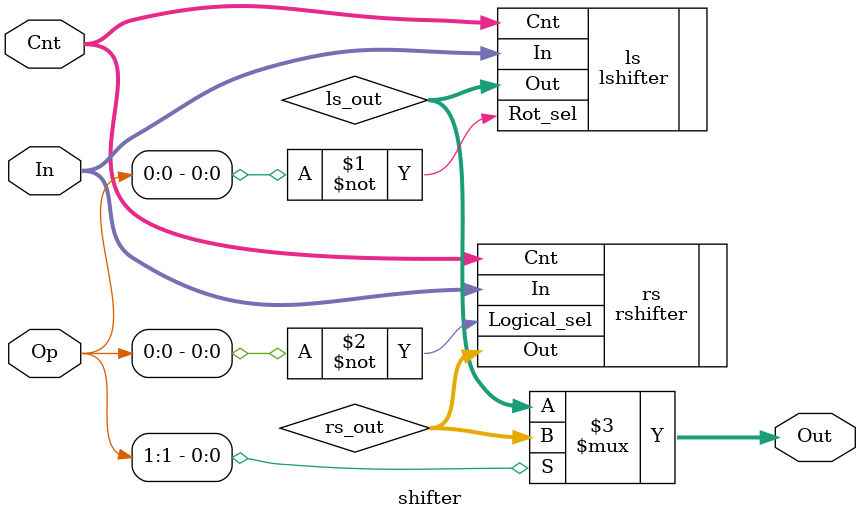
<source format=v>
module shifter (In, Cnt, Op, Out);   
    input [15:0] In;
    input [3:0]  Cnt;
    input [1:0]  Op;
    output [15:0] Out;

    wire [15:0] ls_out, rs_out;

    lshifter ls(.In (In), .Cnt(Cnt), .Rot_sel (~Op[0]), .Out(ls_out));
    rshifter rs(.In (In), .Cnt(Cnt), .Logical_sel (~Op[0]), .Out(rs_out));

    assign Out = (Op[1]) ? rs_out : ls_out;

endmodule


</source>
